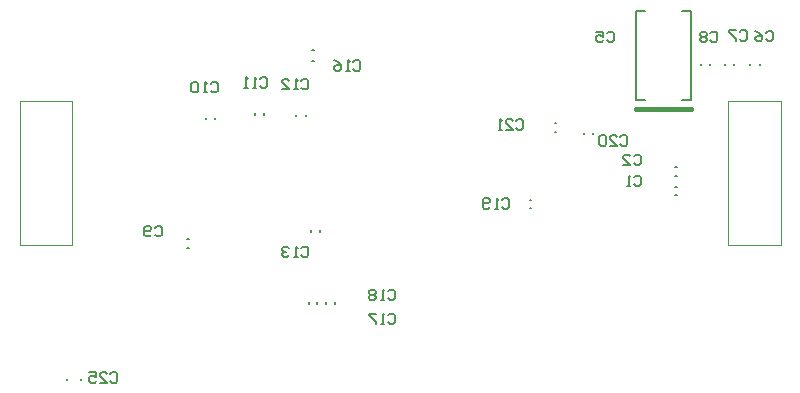
<source format=gbr>
%TF.GenerationSoftware,Altium Limited,Altium Designer,18.1.6 (161)*%
G04 Layer_Color=32896*
%FSLAX26Y26*%
%MOIN*%
%TF.FileFunction,Legend,Bot*%
%TF.Part,Single*%
G01*
G75*
%TA.AperFunction,NonConductor*%
%ADD39C,0.007874*%
%ADD40C,0.015748*%
%ADD41C,0.003000*%
%ADD42C,0.007000*%
D39*
X1992362Y2458032D02*
Y2461969D01*
X2037638Y2458032D02*
Y2461969D01*
X2809567Y3522284D02*
X2813504D01*
X2809567Y3557717D02*
X2813504D01*
X2787913Y3338032D02*
Y3341969D01*
X2756417Y3338032D02*
Y3341969D01*
X2650118Y3343032D02*
Y3346969D01*
X2618622Y3343032D02*
Y3346969D01*
X2804252Y2953031D02*
Y2956968D01*
X2835748Y2953031D02*
Y2956968D01*
X2485748Y3328032D02*
Y3331969D01*
X2454252Y3328032D02*
Y3331969D01*
X2393031Y2929133D02*
X2396968D01*
X2393031Y2897637D02*
X2396968D01*
X3533819Y3058780D02*
X3537756D01*
X3533819Y3031220D02*
X3537756D01*
X2797441Y2713032D02*
Y2716969D01*
X2825000Y2713032D02*
Y2716969D01*
X2856220Y2713032D02*
Y2716969D01*
X2883780Y2713032D02*
Y2716969D01*
X4019725Y3075571D02*
X4023662D01*
X4019725Y3103130D02*
X4023662D01*
X4019725Y3140098D02*
X4023662D01*
X4019725Y3167657D02*
X4023662D01*
X3716220Y3278031D02*
Y3281968D01*
X3743780Y3278031D02*
Y3281968D01*
X3618032Y3286220D02*
X3621969D01*
X3618032Y3313780D02*
X3621969D01*
X4269252Y3509016D02*
Y3512953D01*
X4300748Y3509016D02*
Y3512953D01*
X4070551Y3390394D02*
Y3689606D01*
X3889449Y3390394D02*
Y3689606D01*
X4042008Y3390394D02*
X4070551D01*
X4042008Y3689606D02*
X4070551D01*
X3889449Y3390394D02*
X3917992D01*
X3889449Y3689606D02*
X3917992D01*
X4104252Y3509016D02*
Y3512953D01*
X4135748Y3509016D02*
Y3512953D01*
X4184252Y3509016D02*
Y3512953D01*
X4215748Y3509016D02*
Y3512953D01*
D40*
X3889449Y3361850D02*
X4070551D01*
D41*
X1833504Y3389606D02*
X2008504D01*
X1833504Y2909606D02*
Y3389606D01*
Y2909606D02*
X2008504D01*
Y3389606D01*
X4195709D02*
X4370709D01*
X4195709Y2909606D02*
Y3389606D01*
Y2909606D02*
X4370709D01*
Y3389606D01*
D42*
X2136674Y2479157D02*
X2142506Y2484989D01*
X2154169D01*
X2160000Y2479157D01*
Y2455831D01*
X2154169Y2450000D01*
X2142506D01*
X2136674Y2455831D01*
X2101686Y2450000D02*
X2125011D01*
X2101686Y2473326D01*
Y2479157D01*
X2107517Y2484989D01*
X2119180D01*
X2125011Y2479157D01*
X2066697Y2484989D02*
X2090023D01*
Y2467494D01*
X2078360Y2473326D01*
X2072528D01*
X2066697Y2467494D01*
Y2455831D01*
X2072528Y2450000D01*
X2084191D01*
X2090023Y2455831D01*
X3489115Y3322740D02*
X3494947Y3328571D01*
X3506610D01*
X3512441Y3322740D01*
Y3299414D01*
X3506610Y3293583D01*
X3494947D01*
X3489115Y3299414D01*
X3454126Y3293583D02*
X3477452D01*
X3454126Y3316909D01*
Y3322740D01*
X3459958Y3328571D01*
X3471621D01*
X3477452Y3322740D01*
X3442463Y3293583D02*
X3430801D01*
X3436632D01*
Y3328571D01*
X3442463Y3322740D01*
X3836674Y3269157D02*
X3842506Y3274989D01*
X3854169D01*
X3860000Y3269157D01*
Y3245831D01*
X3854169Y3240000D01*
X3842506D01*
X3836674Y3245831D01*
X3801686Y3240000D02*
X3825011D01*
X3801686Y3263326D01*
Y3269157D01*
X3807517Y3274989D01*
X3819180D01*
X3825011Y3269157D01*
X3790023D02*
X3784191Y3274989D01*
X3772528D01*
X3766697Y3269157D01*
Y3245831D01*
X3772528Y3240000D01*
X3784191D01*
X3790023Y3245831D01*
Y3269157D01*
X3441674Y3059157D02*
X3447506Y3064989D01*
X3459169D01*
X3465000Y3059157D01*
Y3035831D01*
X3459169Y3030000D01*
X3447506D01*
X3441674Y3035831D01*
X3430011Y3030000D02*
X3418348D01*
X3424180D01*
Y3064989D01*
X3430011Y3059157D01*
X3400854Y3035831D02*
X3395023Y3030000D01*
X3383360D01*
X3377528Y3035831D01*
Y3059157D01*
X3383360Y3064989D01*
X3395023D01*
X3400854Y3059157D01*
Y3053326D01*
X3395023Y3047494D01*
X3377528D01*
X3061674Y2754157D02*
X3067506Y2759989D01*
X3079169D01*
X3085000Y2754157D01*
Y2730831D01*
X3079169Y2725000D01*
X3067506D01*
X3061674Y2730831D01*
X3050011Y2725000D02*
X3038348D01*
X3044180D01*
Y2759989D01*
X3050011Y2754157D01*
X3020854D02*
X3015023Y2759989D01*
X3003360D01*
X2997528Y2754157D01*
Y2748326D01*
X3003360Y2742494D01*
X2997528Y2736663D01*
Y2730831D01*
X3003360Y2725000D01*
X3015023D01*
X3020854Y2730831D01*
Y2736663D01*
X3015023Y2742494D01*
X3020854Y2748326D01*
Y2754157D01*
X3015023Y2742494D02*
X3003360D01*
X3061674Y2674157D02*
X3067506Y2679989D01*
X3079169D01*
X3085000Y2674157D01*
Y2650831D01*
X3079169Y2645000D01*
X3067506D01*
X3061674Y2650831D01*
X3050011Y2645000D02*
X3038348D01*
X3044180D01*
Y2679989D01*
X3050011Y2674157D01*
X3020854Y2679989D02*
X2997528D01*
Y2674157D01*
X3020854Y2650831D01*
Y2645000D01*
X2946674Y3519157D02*
X2952506Y3524989D01*
X2964169D01*
X2970000Y3519157D01*
Y3495831D01*
X2964169Y3490000D01*
X2952506D01*
X2946674Y3495831D01*
X2935011Y3490000D02*
X2923348D01*
X2929180D01*
Y3524989D01*
X2935011Y3519157D01*
X2882528Y3524989D02*
X2894191Y3519157D01*
X2905854Y3507494D01*
Y3495831D01*
X2900023Y3490000D01*
X2888360D01*
X2882528Y3495831D01*
Y3501663D01*
X2888360Y3507494D01*
X2905854D01*
X2772674Y2897157D02*
X2778506Y2902989D01*
X2790169D01*
X2796000Y2897157D01*
Y2873831D01*
X2790169Y2868000D01*
X2778506D01*
X2772674Y2873831D01*
X2761011Y2868000D02*
X2749348D01*
X2755180D01*
Y2902989D01*
X2761011Y2897157D01*
X2731854D02*
X2726023Y2902989D01*
X2714360D01*
X2708528Y2897157D01*
Y2891326D01*
X2714360Y2885494D01*
X2720191D01*
X2714360D01*
X2708528Y2879663D01*
Y2873831D01*
X2714360Y2868000D01*
X2726023D01*
X2731854Y2873831D01*
X2772840Y3456157D02*
X2778671Y3461989D01*
X2790334D01*
X2796165Y3456157D01*
Y3432831D01*
X2790334Y3427000D01*
X2778671D01*
X2772840Y3432831D01*
X2761177Y3427000D02*
X2749514D01*
X2755345D01*
Y3461989D01*
X2761177Y3456157D01*
X2708694Y3427000D02*
X2732019D01*
X2708694Y3450326D01*
Y3456157D01*
X2714525Y3461989D01*
X2726188D01*
X2732019Y3456157D01*
X2635044Y3461157D02*
X2640876Y3466989D01*
X2652539D01*
X2658370Y3461157D01*
Y3437831D01*
X2652539Y3432000D01*
X2640876D01*
X2635044Y3437831D01*
X2623381Y3432000D02*
X2611718D01*
X2617550D01*
Y3466989D01*
X2623381Y3461157D01*
X2594224Y3432000D02*
X2582561D01*
X2588393D01*
Y3466989D01*
X2594224Y3461157D01*
X2470674Y3446157D02*
X2476506Y3451989D01*
X2488169D01*
X2494000Y3446157D01*
Y3422831D01*
X2488169Y3417000D01*
X2476506D01*
X2470674Y3422831D01*
X2459011Y3417000D02*
X2447348D01*
X2453180D01*
Y3451989D01*
X2459011Y3446157D01*
X2429854D02*
X2424023Y3451989D01*
X2412360D01*
X2406528Y3446157D01*
Y3422831D01*
X2412360Y3417000D01*
X2424023D01*
X2429854Y3422831D01*
Y3446157D01*
X2284674Y2966543D02*
X2290506Y2972374D01*
X2302169D01*
X2308000Y2966543D01*
Y2943217D01*
X2302169Y2937385D01*
X2290506D01*
X2284674Y2943217D01*
X2273011D02*
X2267180Y2937385D01*
X2255517D01*
X2249686Y2943217D01*
Y2966543D01*
X2255517Y2972374D01*
X2267180D01*
X2273011Y2966543D01*
Y2960711D01*
X2267180Y2954880D01*
X2249686D01*
X4136674Y3614157D02*
X4142506Y3619989D01*
X4154169D01*
X4160000Y3614157D01*
Y3590831D01*
X4154169Y3585000D01*
X4142506D01*
X4136674Y3590831D01*
X4125011Y3614157D02*
X4119180Y3619989D01*
X4107517D01*
X4101685Y3614157D01*
Y3608326D01*
X4107517Y3602494D01*
X4101685Y3596663D01*
Y3590831D01*
X4107517Y3585000D01*
X4119180D01*
X4125011Y3590831D01*
Y3596663D01*
X4119180Y3602494D01*
X4125011Y3608326D01*
Y3614157D01*
X4119180Y3602494D02*
X4107517D01*
X4233588Y3619157D02*
X4239420Y3624989D01*
X4251083D01*
X4256914Y3619157D01*
Y3595831D01*
X4251083Y3590000D01*
X4239420D01*
X4233588Y3595831D01*
X4221925Y3624989D02*
X4198600D01*
Y3619157D01*
X4221925Y3595831D01*
Y3590000D01*
X4321674Y3616961D02*
X4327506Y3622792D01*
X4339169D01*
X4345000Y3616961D01*
Y3593635D01*
X4339169Y3587804D01*
X4327506D01*
X4321674Y3593635D01*
X4286685Y3622792D02*
X4298348Y3616961D01*
X4310011Y3605298D01*
Y3593635D01*
X4304180Y3587804D01*
X4292517D01*
X4286685Y3593635D01*
Y3599466D01*
X4292517Y3605298D01*
X4310011D01*
X3791674Y3614157D02*
X3797506Y3619989D01*
X3809169D01*
X3815000Y3614157D01*
Y3590831D01*
X3809169Y3585000D01*
X3797506D01*
X3791674Y3590831D01*
X3756686Y3619989D02*
X3780011D01*
Y3602494D01*
X3768348Y3608326D01*
X3762517D01*
X3756686Y3602494D01*
Y3590831D01*
X3762517Y3585000D01*
X3774180D01*
X3780011Y3590831D01*
X3881674Y3204157D02*
X3887506Y3209989D01*
X3899169D01*
X3905000Y3204157D01*
Y3180831D01*
X3899169Y3175000D01*
X3887506D01*
X3881674Y3180831D01*
X3846686Y3175000D02*
X3870011D01*
X3846686Y3198326D01*
Y3204157D01*
X3852517Y3209989D01*
X3864180D01*
X3870011Y3204157D01*
X3881674Y3134157D02*
X3887506Y3139989D01*
X3899169D01*
X3905000Y3134157D01*
Y3110831D01*
X3899169Y3105000D01*
X3887506D01*
X3881674Y3110831D01*
X3870011Y3105000D02*
X3858348D01*
X3864180D01*
Y3139989D01*
X3870011Y3134157D01*
%TF.MD5,91297827e0fbe4863569da4420ba4de3*%
M02*

</source>
